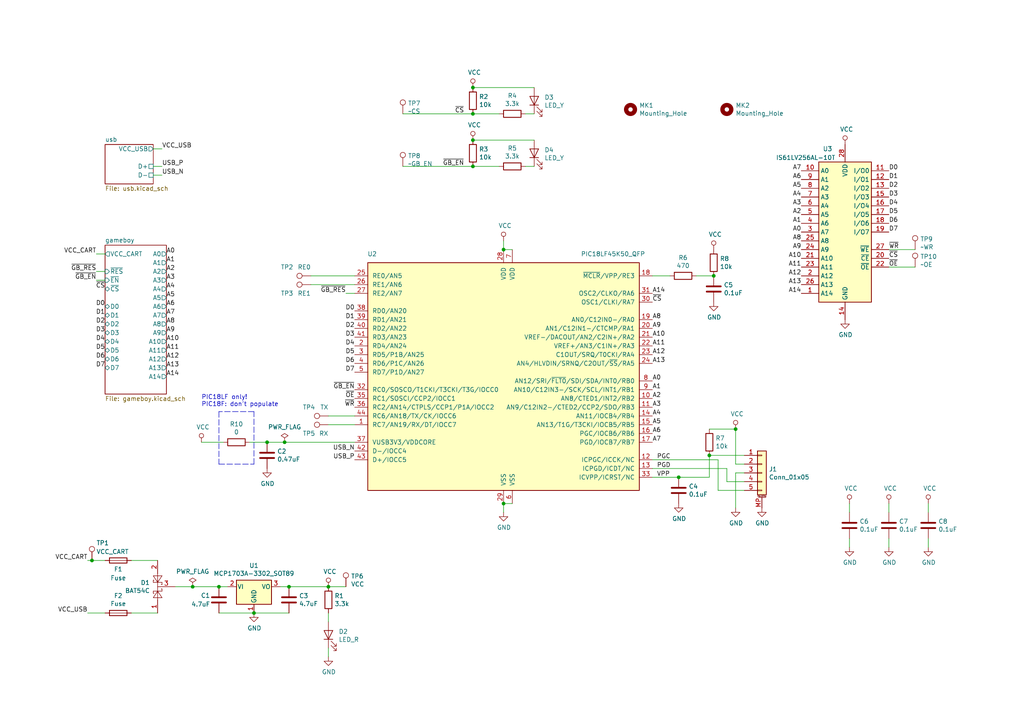
<source format=kicad_sch>
(kicad_sch (version 20211123) (generator eeschema)
  (paper "A4")
  (title_block (title "GB-LIVE32") (rev "v2.0") (company "https://gekkio.fi"))
  (lib_symbols
    (symbol "Connector:Test_Point" (pin_numbers hide) (pin_names (offset 0.762) hide)
      (property "Reference" "TP" (at 0 6.858 0))
      (property "Value" "Test_Point" (at 0 5.08 0))
      (symbol "Test_Point_0_1"
        (circle (center 0 3.302) (radius 0.762))
      )
      (symbol "Test_Point_1_1"
        (pin passive line (at 0 0 90) (length 2.54) (name "1") (number "1"))
      )
    )
    (symbol "Connector_Generic_MountingPin:Conn_01x05_MountingPin" (pin_names (offset 1.016) hide)
      (property "Reference" "J" (at 0 7.62 0))
      (property "Value" "Conn_01x05_MountingPin" (at 1.27 -7.62 0))
      (symbol "Conn_01x05_MountingPin_1_1"
        (rectangle (start -1.27 -4.953) (end 0 -5.207) (stroke (width 0.1524)))
        (rectangle (start -1.27 -2.413) (end 0 -2.667) (stroke (width 0.1524)))
        (rectangle (start -1.27 0.127) (end 0 -0.127) (stroke (width 0.1524)))
        (rectangle (start -1.27 2.667) (end 0 2.413) (stroke (width 0.1524)))
        (rectangle (start -1.27 5.207) (end 0 4.953) (stroke (width 0.1524)))
        (rectangle (start -1.27 6.35) (end 1.27 -6.35) (stroke (width 0.254)) (fill (type background)))
        (polyline (pts (xy -1.016 -7.112) (xy 1.016 -7.112)) (stroke (width 0.1524)))
        (text "Mounting" (at 0 -6.731 0) (effects (font (size 0.381 0.381))))
        (pin passive line (at -5.08 5.08 0) (length 3.81) (name "Pin_1") (number "1"))
        (pin passive line (at -5.08 2.54 0) (length 3.81) (name "Pin_2") (number "2"))
        (pin passive line (at -5.08 0 0) (length 3.81) (name "Pin_3") (number "3"))
        (pin passive line (at -5.08 -2.54 0) (length 3.81) (name "Pin_4") (number "4"))
        (pin passive line (at -5.08 -5.08 0) (length 3.81) (name "Pin_5") (number "5"))
        (pin passive line (at 0 -10.16 90) (length 3.048) (name "MountPin") (number "MP"))
      )
    )
    (symbol "Device:C" (pin_numbers hide) (pin_names (offset 0.254))
      (property "Reference" "C" (at 0.635 2.54 0))
      (property "Value" "C" (at 0.635 -2.54 0))
      (symbol "C_0_1"
        (polyline (pts (xy -2.032 -0.762) (xy 2.032 -0.762)) (stroke (width 0.508)))
        (polyline (pts (xy -2.032 0.762) (xy 2.032 0.762)) (stroke (width 0.508)))
      )
      (symbol "C_1_1"
        (pin passive line (at 0 3.81 270) (length 2.794) (name "~") (number "1"))
        (pin passive line (at 0 -3.81 90) (length 2.794) (name "~") (number "2"))
      )
    )
    (symbol "Device:Fuse" (pin_numbers hide) (pin_names (offset 0))
      (property "Reference" "F" (at 2.032 0 90))
      (property "Value" "Fuse" (at -1.905 0 90))
      (symbol "Fuse_0_1"
        (rectangle (start -0.762 -2.54) (end 0.762 2.54) (stroke (width 0.254)))
        (polyline (pts (xy 0 2.54) (xy 0 -2.54)))
      )
      (symbol "Fuse_1_1"
        (pin passive line (at 0 3.81 270) (length 1.27) (name "~") (number "1"))
        (pin passive line (at 0 -3.81 90) (length 1.27) (name "~") (number "2"))
      )
    )
    (symbol "Device:LED" (pin_numbers hide) (pin_names (offset 1.016) hide)
      (property "Reference" "D" (at 0 2.54 0))
      (property "Value" "LED" (at 0 -2.54 0))
      (symbol "LED_0_1"
        (polyline (pts (xy -1.27 -1.27) (xy -1.27 1.27)) (stroke (width 0.2032)))
        (polyline (pts (xy -1.27 0) (xy 1.27 0)))
        (polyline (pts (xy 1.27 -1.27) (xy 1.27 1.27) (xy -1.27 0) (xy 1.27 -1.27)) (stroke (width 0.2032)))
        (polyline (pts (xy -3.048 -0.762) (xy -4.572 -2.286) (xy -3.81 -2.286) (xy -4.572 -2.286) (xy -4.572 -1.524)))
        (polyline (pts (xy -1.778 -0.762) (xy -3.302 -2.286) (xy -2.54 -2.286) (xy -3.302 -2.286) (xy -3.302 -1.524)))
      )
      (symbol "LED_1_1"
        (pin passive line (at -3.81 0 0) (length 2.54) (name "K") (number "1"))
        (pin passive line (at 3.81 0 180) (length 2.54) (name "A") (number "2"))
      )
    )
    (symbol "Device:R" (pin_numbers hide) (pin_names (offset 0))
      (property "Reference" "R" (at 2.032 0 90))
      (property "Value" "R" (at 0 0 90))
      (symbol "R_0_1"
        (rectangle (start -1.016 -2.54) (end 1.016 2.54) (stroke (width 0.254)))
      )
      (symbol "R_1_1"
        (pin passive line (at 0 3.81 270) (length 1.27) (name "~") (number "1"))
        (pin passive line (at 0 -3.81 90) (length 1.27) (name "~") (number "2"))
      )
    )
    (symbol "Diode:BAT54C" (pin_names (offset 1.016))
      (property "Reference" "D" (at 0.635 -3.81 0))
      (property "Value" "BAT54C" (at -6.35 3.175 0))
      (symbol "BAT54C_0_1"
        (polyline (pts (xy -1.905 0) (xy 1.905 0)))
        (polyline (pts (xy -1.905 1.27) (xy -1.905 1.016)))
        (polyline (pts (xy -1.27 -1.27) (xy -0.635 -1.27)))
        (polyline (pts (xy -1.27 0) (xy -3.81 0)))
        (polyline (pts (xy -1.27 1.27) (xy -1.905 1.27)))
        (polyline (pts (xy -1.27 1.27) (xy -1.27 -1.27)))
        (polyline (pts (xy -0.635 -1.27) (xy -0.635 -1.016)))
        (polyline (pts (xy 0.635 -1.27) (xy 0.635 -1.016)))
        (polyline (pts (xy 1.27 -1.27) (xy 0.635 -1.27)))
        (polyline (pts (xy 1.27 1.27) (xy 1.27 -1.27)))
        (polyline (pts (xy 1.27 1.27) (xy 1.905 1.27)))
        (polyline (pts (xy 1.905 1.27) (xy 1.905 1.016)))
        (polyline (pts (xy 3.81 0) (xy 1.27 0)))
        (polyline (pts (xy -3.175 -1.27) (xy -3.175 1.27) (xy -1.27 0) (xy -3.175 -1.27)))
        (polyline (pts (xy 3.175 -1.27) (xy 3.175 1.27) (xy 1.27 0) (xy 3.175 -1.27)))
      )
      (symbol "BAT54C_1_1"
        (pin passive line (at -7.62 0 0) (length 3.81) (name "~") (number "1"))
        (pin passive line (at 7.62 0 180) (length 3.81) (name "~") (number "2"))
        (pin passive line (at 0 -5.08 90) (length 5.08) (name "~") (number "3"))
      )
    )
    (symbol "Gekkio_Memory_RAM:IS61LV256AL-10T"
      (property "Reference" "U" (at -5.08 21.59 0))
      (property "Value" "IS61LV256AL-10T" (at 5.08 21.59 0))
      (symbol "IS61LV256AL-10T_0_1"
        (rectangle (start -7.62 20.32) (end 7.62 -20.32) (stroke (width 0.254)) (fill (type background)))
      )
      (symbol "IS61LV256AL-10T_1_1"
        (pin input line (at -12.7 -17.78 0) (length 5.08) (name "A14") (number "1"))
        (pin input line (at -12.7 17.78 0) (length 5.08) (name "A0") (number "10"))
        (pin bidirectional line (at 12.7 17.78 180) (length 5.08) (name "I/O0") (number "11"))
        (pin bidirectional line (at 12.7 15.24 180) (length 5.08) (name "I/O1") (number "12"))
        (pin bidirectional line (at 12.7 12.7 180) (length 5.08) (name "I/O2") (number "13"))
        (pin power_in line (at 0 -25.4 90) (length 5.08) (name "GND") (number "14"))
        (pin bidirectional line (at 12.7 10.16 180) (length 5.08) (name "I/O3") (number "15"))
        (pin bidirectional line (at 12.7 7.62 180) (length 5.08) (name "I/O4") (number "16"))
        (pin bidirectional line (at 12.7 5.08 180) (length 5.08) (name "I/O5") (number "17"))
        (pin bidirectional line (at 12.7 2.54 180) (length 5.08) (name "I/O6") (number "18"))
        (pin bidirectional line (at 12.7 0 180) (length 5.08) (name "I/O7") (number "19"))
        (pin input line (at -12.7 -12.7 0) (length 5.08) (name "A12") (number "2"))
        (pin input line (at 12.7 -7.62 180) (length 5.08) (name "~{CE}") (number "20"))
        (pin input line (at -12.7 -7.62 0) (length 5.08) (name "A10") (number "21"))
        (pin input line (at 12.7 -10.16 180) (length 5.08) (name "~{OE}") (number "22"))
        (pin input line (at -12.7 -10.16 0) (length 5.08) (name "A11") (number "23"))
        (pin input line (at -12.7 -5.08 0) (length 5.08) (name "A9") (number "24"))
        (pin input line (at -12.7 -2.54 0) (length 5.08) (name "A8") (number "25"))
        (pin input line (at -12.7 -15.24 0) (length 5.08) (name "A13") (number "26"))
        (pin input line (at 12.7 -5.08 180) (length 5.08) (name "~{WE}") (number "27"))
        (pin power_in line (at 0 25.4 270) (length 5.08) (name "VDD") (number "28"))
        (pin input line (at -12.7 0 0) (length 5.08) (name "A7") (number "3"))
        (pin input line (at -12.7 2.54 0) (length 5.08) (name "A6") (number "4"))
        (pin input line (at -12.7 5.08 0) (length 5.08) (name "A5") (number "5"))
        (pin input line (at -12.7 7.62 0) (length 5.08) (name "A4") (number "6"))
        (pin input line (at -12.7 10.16 0) (length 5.08) (name "A3") (number "7"))
        (pin input line (at -12.7 12.7 0) (length 5.08) (name "A2") (number "8"))
        (pin input line (at -12.7 15.24 0) (length 5.08) (name "A1") (number "9"))
      )
    )
    (symbol "MCU_Microchip_PIC18:PIC18LF45K50_QFP" (pin_names (offset 1.27))
      (property "Reference" "U" (at -36.83 33.02 0))
      (property "Value" "PIC18LF45K50_QFP" (at 30.48 -35.56 0))
      (symbol "PIC18LF45K50_QFP_0_1"
        (rectangle (start -39.37 31.75) (end 39.37 -34.29) (stroke (width 0.254)) (fill (type background)))
      )
      (symbol "PIC18LF45K50_QFP_1_1"
        (pin bidirectional line (at -43.18 -15.24 0) (length 3.81) (name "RC7/AN19/RX/DT/IOCC7") (number "1"))
        (pin bidirectional line (at 43.18 -7.62 180) (length 3.81) (name "AN8/CTED1/INT2/RB2") (number "10"))
        (pin bidirectional line (at 43.18 -10.16 180) (length 3.81) (name "AN9/C12IN2-/CTED2/CCP2/SDO/RB3") (number "11"))
        (pin bidirectional line (at 43.18 -25.4 180) (length 3.81) (name "ICPGC/ICCK/NC") (number "12"))
        (pin bidirectional line (at 43.18 -27.94 180) (length 3.81) (name "ICPGD/ICDT/NC") (number "13"))
        (pin bidirectional line (at 43.18 -12.7 180) (length 3.81) (name "AN11/IOCB4/RB4") (number "14"))
        (pin bidirectional line (at 43.18 -15.24 180) (length 3.81) (name "AN13/T1G/T3CKI/IOCB5/RB5") (number "15"))
        (pin bidirectional line (at 43.18 -17.78 180) (length 3.81) (name "PGC/IOCB6/RB6") (number "16"))
        (pin bidirectional line (at 43.18 -20.32 180) (length 3.81) (name "PGD/IOCB7/RB7") (number "17"))
        (pin input line (at 43.18 27.94 180) (length 3.81) (name "~{MCLR}/VPP/RE3") (number "18"))
        (pin bidirectional line (at 43.18 15.24 180) (length 3.81) (name "AN0/C12IN0-/RA0") (number "19"))
        (pin bidirectional line (at -43.18 7.62 0) (length 3.81) (name "RD4/AN24") (number "2"))
        (pin bidirectional line (at 43.18 12.7 180) (length 3.81) (name "AN1/C12IN1-/CTCMP/RA1") (number "20"))
        (pin bidirectional line (at 43.18 10.16 180) (length 3.81) (name "VREF-/DACOUT/AN2/C2IN+/RA2") (number "21"))
        (pin bidirectional line (at 43.18 7.62 180) (length 3.81) (name "VREF+/AN3/C1IN+/RA3") (number "22"))
        (pin bidirectional line (at 43.18 5.08 180) (length 3.81) (name "C1OUT/SRQ/T0CKI/RA4") (number "23"))
        (pin bidirectional line (at 43.18 2.54 180) (length 3.81) (name "AN4/HLVDIN/SRNQ/C2OUT/~{SS}/RA5") (number "24"))
        (pin bidirectional line (at -43.18 27.94 0) (length 3.81) (name "RE0/AN5") (number "25"))
        (pin bidirectional line (at -43.18 25.4 0) (length 3.81) (name "RE1/AN6") (number "26"))
        (pin bidirectional line (at -43.18 22.86 0) (length 3.81) (name "RE2/AN7") (number "27"))
        (pin power_in line (at 0 35.56 270) (length 3.81) (name "VDD") (number "28"))
        (pin power_in line (at 0 -38.1 90) (length 3.81) (name "VSS") (number "29"))
        (pin bidirectional line (at -43.18 5.08 0) (length 3.81) (name "RD5/P1B/AN25") (number "3"))
        (pin bidirectional line (at 43.18 20.32 180) (length 3.81) (name "OSC1/CLKI/RA7") (number "30"))
        (pin bidirectional line (at 43.18 22.86 180) (length 3.81) (name "OSC2/CLKO/RA6") (number "31"))
        (pin bidirectional line (at -43.18 -5.08 0) (length 3.81) (name "RC0/SOSCO/T1CKI/T3CKI/T3G/IOCC0") (number "32"))
        (pin bidirectional line (at 43.18 -30.48 180) (length 3.81) (name "ICVPP/ICRST/NC") (number "33"))
        (pin no_connect line (at -17.78 -38.1 90) (length 3.81) hide (name "NC") (number "34"))
        (pin bidirectional line (at -43.18 -7.62 0) (length 3.81) (name "RC1/SOSCI/CCP2/IOCC1") (number "35"))
        (pin bidirectional line (at -43.18 -10.16 0) (length 3.81) (name "RC2/AN14/CTPLS/CCP1/P1A/IOCC2") (number "36"))
        (pin power_in line (at -43.18 -20.32 0) (length 3.81) (name "VUSB3V3/VDDCORE") (number "37"))
        (pin bidirectional line (at -43.18 17.78 0) (length 3.81) (name "RD0/AN20") (number "38"))
        (pin bidirectional line (at -43.18 15.24 0) (length 3.81) (name "RD1/AN21") (number "39"))
        (pin bidirectional line (at -43.18 2.54 0) (length 3.81) (name "RD6/P1C/AN26") (number "4"))
        (pin bidirectional line (at -43.18 12.7 0) (length 3.81) (name "RD2/AN22") (number "40"))
        (pin bidirectional line (at -43.18 10.16 0) (length 3.81) (name "RD3/AN23") (number "41"))
        (pin bidirectional line (at -43.18 -22.86 0) (length 3.81) (name "D-/IOCC4") (number "42"))
        (pin bidirectional line (at -43.18 -25.4 0) (length 3.81) (name "D+/IOCC5") (number "43"))
        (pin bidirectional line (at -43.18 -12.7 0) (length 3.81) (name "RC6/AN18/TX/CK/IOCC6") (number "44"))
        (pin bidirectional line (at -43.18 0 0) (length 3.81) (name "RD7/P1D/AN27") (number "5"))
        (pin power_in line (at 2.54 -38.1 90) (length 3.81) (name "VSS") (number "6"))
        (pin power_in line (at 2.54 35.56 270) (length 3.81) (name "VDD") (number "7"))
        (pin bidirectional line (at 43.18 -2.54 180) (length 3.81) (name "AN12/SRI/~{FLT0}/SDI/SDA/INT0/RB0") (number "8"))
        (pin bidirectional line (at 43.18 -5.08 180) (length 3.81) (name "AN10/C12IN3-/SCK/SCL/INT1/RB1") (number "9"))
      )
    )
    (symbol "Mechanical:Mounting_Hole" (pin_names (offset 1.016))
      (property "Reference" "MK" (at 0 5.08 0))
      (property "Value" "Mounting_Hole" (at 0 3.175 0))
      (symbol "Mounting_Hole_0_1"
        (circle (center 0 0) (radius 1.27) (stroke (width 1.27)))
      )
    )
    (symbol "Regulator_Linear:MCP1703A-3302_SOT89" (pin_names (offset 0.254))
      (property "Reference" "U" (at -3.81 3.175 0))
      (property "Value" "MCP1703A-3302_SOT89" (at 0 3.175 0))
      (symbol "MCP1703A-3302_SOT89_0_1"
        (rectangle (start -5.08 -5.08) (end 5.08 1.905) (stroke (width 0.254)) (fill (type background)))
      )
      (symbol "MCP1703A-3302_SOT89_1_1"
        (pin power_in line (at 0 -7.62 90) (length 2.54) (name "GND") (number "1"))
        (pin power_in line (at -7.62 0 0) (length 2.54) (name "VI") (number "2"))
        (pin power_out line (at 7.62 0 180) (length 2.54) (name "VO") (number "3"))
      )
    )
    (symbol "power:GND" (power) (pin_names (offset 0))
      (property "Value" "GND" (at 0 -3.81 0))
      (symbol "GND_0_1"
        (polyline (pts (xy 0 0) (xy 0 -1.27) (xy 1.27 -1.27) (xy 0 -2.54) (xy -1.27 -1.27) (xy 0 -1.27)))
      )
      (symbol "GND_1_1"
        (pin power_in line (at 0 0 270) (length 0) hide (name "GND") (number "1"))
      )
    )
    (symbol "power:PWR_FLAG" (power) (pin_numbers hide) (pin_names (offset 0) hide)
      (property "Value" "PWR_FLAG" (at 0 3.81 0))
      (symbol "PWR_FLAG_0_0"
        (pin power_out line (at 0 0 90) (length 0) (name "pwr") (number "1"))
      )
      (symbol "PWR_FLAG_0_1"
        (polyline (pts (xy 0 0) (xy 0 1.27) (xy -1.016 1.905) (xy 0 2.54) (xy 1.016 1.905) (xy 0 1.27)))
      )
    )
    (symbol "power:VCC" (power) (pin_names (offset 0))
      (property "Value" "VCC" (at 0 3.81 0))
      (symbol "VCC_0_1"
        (polyline (pts (xy 0 0) (xy 0 1.27)))
        (circle (center 0 1.905) (radius 0.635))
      )
      (symbol "VCC_1_1"
        (pin power_in line (at 0 0 90) (length 0) hide (name "VCC") (number "1"))
      )
    )
  )
  (junction (at 26.67 162.56))
  (junction (at 83.82 170.18))
  (junction (at 205.74 132.08))
  (junction (at 213.36 124.46))
  (junction (at 63.5 170.18))
  (junction (at 137.16 40.64))
  (junction (at 77.47 128.27))
  (junction (at 196.85 138.43))
  (junction (at 137.16 48.26))
  (junction (at 55.88 170.18))
  (junction (at 146.05 146.05))
  (junction (at 137.16 33.02))
  (junction (at 137.16 25.4))
  (junction (at 146.05 72.39))
  (junction (at 82.55 128.27))
  (junction (at 95.25 170.18))
  (junction (at 207.01 80.01))
  (junction (at 73.66 177.8))
  (wire (pts (xy 210.82 139.7) (xy 215.9 139.7)))
  (wire (pts (xy 38.1 162.56) (xy 45.72 162.56)))
  (wire (pts (xy 196.85 138.43) (xy 205.74 138.43)))
  (wire (pts (xy 30.48 73.66) (xy 27.94 73.66)))
  (wire (pts (xy 63.5 170.18) (xy 55.88 170.18)))
  (wire (pts (xy 189.23 138.43) (xy 196.85 138.43)))
  (wire (pts (xy 44.45 50.8) (xy 46.99 50.8)))
  (wire (pts (xy 81.28 170.18) (xy 83.82 170.18)))
  (wire (pts (xy 213.36 134.62) (xy 213.36 124.46)))
  (wire (pts (xy 207.01 80.01) (xy 201.93 80.01)))
  (wire (pts (xy 189.23 133.35) (xy 208.28 133.35)))
  (wire (pts (xy 90.17 80.01) (xy 102.87 80.01)))
  (wire (pts (xy 189.23 135.89) (xy 210.82 135.89)))
  (wire (pts (xy 146.05 69.85) (xy 146.05 72.39)))
  (wire (pts (xy 38.1 177.8) (xy 45.72 177.8)))
  (wire (pts (xy 100.33 170.18) (xy 95.25 170.18)))
  (wire (pts (xy 95.25 187.96) (xy 95.25 190.5)))
  (wire (pts (xy 144.78 33.02) (xy 137.16 33.02)))
  (wire (pts (xy 213.36 124.46) (xy 205.74 124.46)))
  (wire (pts (xy 116.84 48.26) (xy 137.16 48.26)))
  (wire (pts (xy 215.9 134.62) (xy 213.36 134.62)))
  (wire (pts (xy 63.5 170.18) (xy 66.04 170.18)))
  (wire (pts (xy 213.36 137.16) (xy 213.36 147.32)))
  (wire (pts (xy 246.38 146.05) (xy 246.38 148.59)))
  (wire (pts (xy 137.16 25.4) (xy 154.94 25.4)))
  (wire (pts (xy 146.05 146.05) (xy 146.05 148.59)))
  (polyline (pts (xy 73.66 119.38) (xy 63.5 119.38)))
  (wire (pts (xy 194.31 80.01) (xy 189.23 80.01)))
  (wire (pts (xy 265.43 72.39) (xy 257.81 72.39)))
  (wire (pts (xy 210.82 135.89) (xy 210.82 139.7)))
  (wire (pts (xy 269.24 146.05) (xy 269.24 148.59)))
  (wire (pts (xy 95.25 177.8) (xy 95.25 180.34)))
  (wire (pts (xy 83.82 170.18) (xy 95.25 170.18)))
  (wire (pts (xy 25.4 177.8) (xy 30.48 177.8)))
  (wire (pts (xy 116.84 33.02) (xy 137.16 33.02)))
  (wire (pts (xy 44.45 48.26) (xy 46.99 48.26)))
  (polyline (pts (xy 63.5 119.38) (xy 63.5 134.62)))
  (wire (pts (xy 102.87 128.27) (xy 82.55 128.27)))
  (wire (pts (xy 77.47 128.27) (xy 72.39 128.27)))
  (wire (pts (xy 95.25 120.65) (xy 102.87 120.65)))
  (wire (pts (xy 58.42 128.27) (xy 64.77 128.27)))
  (wire (pts (xy 73.66 177.8) (xy 83.82 177.8)))
  (polyline (pts (xy 73.66 134.62) (xy 73.66 119.38)))
  (wire (pts (xy 30.48 81.28) (xy 27.94 81.28)))
  (wire (pts (xy 102.87 123.19) (xy 95.25 123.19)))
  (wire (pts (xy 137.16 40.64) (xy 154.94 40.64)))
  (wire (pts (xy 208.28 142.24) (xy 215.9 142.24)))
  (wire (pts (xy 205.74 132.08) (xy 215.9 132.08)))
  (wire (pts (xy 27.94 78.74) (xy 30.48 78.74)))
  (polyline (pts (xy 63.5 134.62) (xy 73.66 134.62)))
  (wire (pts (xy 146.05 146.05) (xy 148.59 146.05)))
  (wire (pts (xy 26.67 162.56) (xy 30.48 162.56)))
  (wire (pts (xy 257.81 156.21) (xy 257.81 158.75)))
  (wire (pts (xy 154.94 33.02) (xy 152.4 33.02)))
  (wire (pts (xy 146.05 72.39) (xy 148.59 72.39)))
  (wire (pts (xy 102.87 85.09) (xy 100.33 85.09)))
  (wire (pts (xy 246.38 156.21) (xy 246.38 158.75)))
  (wire (pts (xy 205.74 138.43) (xy 205.74 132.08)))
  (wire (pts (xy 46.99 43.18) (xy 44.45 43.18)))
  (wire (pts (xy 208.28 133.35) (xy 208.28 142.24)))
  (wire (pts (xy 265.43 77.47) (xy 257.81 77.47)))
  (wire (pts (xy 269.24 156.21) (xy 269.24 158.75)))
  (wire (pts (xy 73.66 177.8) (xy 63.5 177.8)))
  (wire (pts (xy 82.55 128.27) (xy 77.47 128.27)))
  (wire (pts (xy 257.81 146.05) (xy 257.81 148.59)))
  (wire (pts (xy 215.9 137.16) (xy 213.36 137.16)))
  (wire (pts (xy 25.4 162.56) (xy 26.67 162.56)))
  (wire (pts (xy 144.78 48.26) (xy 137.16 48.26)))
  (wire (pts (xy 55.88 170.18) (xy 50.8 170.18)))
  (wire (pts (xy 102.87 82.55) (xy 90.17 82.55)))
  (wire (pts (xy 154.94 48.26) (xy 152.4 48.26)))
  (text "PIC18LF only!\nPIC18F: don't populate" (at 58.42 118.11 0) (effects (font (size 1.27 1.27)) (justify left bottom)))
  (label "D2" (at 30.48 93.98 180))
  (label "A3" (at 189.23 118.11 0))
  (label "D7" (at 257.81 67.31 0))
  (label "~{GB_EN}" (at 27.94 81.28 180))
  (label "D0" (at 257.81 49.53 0))
  (label "VCC_USB" (at 25.4 177.8 180))
  (label "D7" (at 102.87 107.95 180))
  (label "A14" (at 189.23 85.09 0))
  (label "A11" (at 232.41 77.47 180))
  (label "PGC" (at 190.5 133.35 0))
  (label "A13" (at 189.23 105.41 0))
  (label "D3" (at 102.87 97.79 180))
  (label "PGD" (at 190.5 135.89 0))
  (label "~{CS}" (at 134.62 33.02 180))
  (label "A3" (at 232.41 59.69 180))
  (label "USB_N" (at 102.87 130.81 180))
  (label "D3" (at 30.48 96.52 180))
  (label "A7" (at 232.41 49.53 180))
  (label "A1" (at 232.41 64.77 180))
  (label "VCC_CART" (at 25.4 162.56 180))
  (label "D7" (at 30.48 106.68 180))
  (label "A0" (at 48.26 73.66 0))
  (label "D5" (at 30.48 101.6 180))
  (label "A11" (at 189.23 100.33 0))
  (label "VPP" (at 190.5 138.43 0))
  (label "A14" (at 232.41 85.09 180))
  (label "D0" (at 102.87 90.17 180))
  (label "~{CS}" (at 189.23 87.63 0))
  (label "~{WR}" (at 257.81 72.39 0))
  (label "USB_P" (at 102.87 133.35 180))
  (label "A14" (at 48.26 109.22 0))
  (label "A8" (at 232.41 69.85 180))
  (label "D1" (at 30.48 91.44 180))
  (label "A12" (at 232.41 80.01 180))
  (label "D6" (at 30.48 104.14 180))
  (label "~{GB_EN}" (at 134.62 48.26 180))
  (label "A4" (at 189.23 120.65 0))
  (label "D6" (at 257.81 64.77 0))
  (label "A10" (at 48.26 99.06 0))
  (label "A9" (at 48.26 96.52 0))
  (label "A13" (at 48.26 106.68 0))
  (label "A12" (at 48.26 104.14 0))
  (label "~{GB_EN}" (at 102.87 113.03 180))
  (label "D1" (at 102.87 92.71 180))
  (label "~{GB_RES}" (at 100.33 85.09 180))
  (label "A1" (at 48.26 76.2 0))
  (label "A5" (at 232.41 54.61 180))
  (label "D4" (at 257.81 59.69 0))
  (label "D1" (at 257.81 52.07 0))
  (label "A12" (at 189.23 102.87 0))
  (label "VCC_USB" (at 46.99 43.18 0))
  (label "A6" (at 232.41 52.07 180))
  (label "A3" (at 48.26 81.28 0))
  (label "VCC_CART" (at 27.94 73.66 180))
  (label "A8" (at 48.26 93.98 0))
  (label "A2" (at 189.23 115.57 0))
  (label "USB_N" (at 46.99 50.8 0))
  (label "D4" (at 102.87 100.33 180))
  (label "A0" (at 189.23 110.49 0))
  (label "A5" (at 48.26 86.36 0))
  (label "A10" (at 232.41 74.93 180))
  (label "D2" (at 102.87 95.25 180))
  (label "~{WR}" (at 102.87 118.11 180))
  (label "~{CS}" (at 30.48 83.82 180))
  (label "D3" (at 257.81 57.15 0))
  (label "A6" (at 48.26 88.9 0))
  (label "A2" (at 232.41 62.23 180))
  (label "D5" (at 102.87 102.87 180))
  (label "A4" (at 232.41 57.15 180))
  (label "A8" (at 189.23 92.71 0))
  (label "D0" (at 30.48 88.9 180))
  (label "A7" (at 189.23 128.27 0))
  (label "D4" (at 30.48 99.06 180))
  (label "~{OE}" (at 257.81 77.47 0))
  (label "~{GB_RES}" (at 27.94 78.74 180))
  (label "A1" (at 189.23 113.03 0))
  (label "A5" (at 189.23 123.19 0))
  (label "D6" (at 102.87 105.41 180))
  (label "A2" (at 48.26 78.74 0))
  (label "A0" (at 232.41 67.31 180))
  (label "USB_P" (at 46.99 48.26 0))
  (label "A11" (at 48.26 101.6 0))
  (label "D5" (at 257.81 62.23 0))
  (label "A9" (at 232.41 72.39 180))
  (label "A10" (at 189.23 97.79 0))
  (label "A4" (at 48.26 83.82 0))
  (label "D2" (at 257.81 54.61 0))
  (label "A6" (at 189.23 125.73 0))
  (label "A7" (at 48.26 91.44 0))
  (label "A9" (at 189.23 95.25 0))
  (label "~{CS}" (at 257.81 74.93 0))
  (label "A13" (at 232.41 82.55 180))
  (label "~{OE}" (at 102.87 115.57 180))
  (symbol (lib_id "Device:Fuse") (at 34.29 177.8 270) (unit 1)
    (property "Reference" "F2" (at 34.29 172.7962 90))
    (property "Value" "Fuse" (at 34.29 175.1076 90))
    (property "Footprint" "Fuse:Fuse_0603_1608Metric" (effects hide))
    (property "MFR" "Bel Fuse" (effects hide))
    (property "MPN" "C2Q 1.5" (effects hide))
    (property "SPN" "530-C2Q1.5" (effects hide))
    (property "SPR" "Mouser" (effects hide))
    (property "Rating" "1.5A" (effects hide))
  )
  (symbol (lib_id "Regulator_Linear:MCP1703A-3302_SOT89") (at 73.66 170.18 0) (unit 1)
    (property "Reference" "U1" (at 73.66 164.0332 0))
    (property "Value" "MCP1703A-3302_SOT89" (at 73.66 166.3446 0))
    (property "Footprint" "Package_TO_SOT_SMD:SOT-89-3" (effects hide))
    (property "Datasheet" "http://ww1.microchip.com/downloads/en/DeviceDoc/20005122B.pdf" (effects hide))
    (property "MFR" "Microchip" (effects hide))
    (property "MPN" "MCP1703T-3302E/MB" (effects hide))
    (property "SPN" "579-MCP1703T-3302EMB" (effects hide))
    (property "SPR" "Mouser" (effects hide))
  )
  (symbol (lib_id "Device:Fuse") (at 34.29 162.56 270) (unit 1)
    (property "Reference" "F1" (at 34.29 165.1 90))
    (property "Value" "Fuse" (at 34.29 167.64 90))
    (property "Footprint" "Fuse:Fuse_0603_1608Metric" (effects hide))
    (property "MFR" "Bel Fuse" (effects hide))
    (property "MPN" "C2Q 1.5" (effects hide))
    (property "SPN" "530-C2Q1.5" (effects hide))
    (property "SPR" "Mouser" (effects hide))
    (property "Rating" "1.5A" (effects hide))
  )
  (symbol (lib_id "Device:C") (at 63.5 173.99 180) (unit 1)
    (property "Reference" "C1" (at 60.96 172.72 0) (effects (justify left)))
    (property "Value" "4.7uF" (at 60.96 175.26 0) (effects (justify left)))
    (property "Footprint" "Capacitor_SMD:C_0805_2012Metric" (effects hide))
    (property "SPR" "Mouser" (effects hide))
    (property "MFR" "Taiyo Yuden" (effects hide))
    (property "MPN" "EMK212BJ475MD-T" (effects hide))
    (property "Rating" "16V X5R" (effects hide))
    (property "SPN" "963-EMK212BJ475MD-T" (effects hide))
  )
  (symbol (lib_id "Device:LED") (at 95.25 184.15 90) (unit 1)
    (property "Reference" "D2" (at 98.2218 183.1848 90) (effects (justify right)))
    (property "Value" "LED_R" (at 98.2218 185.4962 90) (effects (justify right)))
    (property "Footprint" "LED_SMD:LED_0603_1608Metric" (effects hide))
    (property "SPR" "Mouser" (effects hide))
    (property "MFR" "Wurth Electronics" (effects hide))
    (property "MPN" "150060SS75000" (effects hide))
    (property "SPN" "710-150060SS75000" (effects hide))
  )
  (symbol (lib_id "Device:R") (at 95.25 173.99 0) (unit 1)
    (property "Reference" "R1" (at 97.028 172.8216 0) (effects (justify left)))
    (property "Value" "3.3k" (at 97.028 175.133 0) (effects (justify left)))
    (property "Footprint" "Resistor_SMD:R_0603_1608Metric" (effects hide))
    (property "SPR" "Mouser" (effects hide))
    (property "MFR" "Yageo" (effects hide))
    (property "MPN" "RC0603JR-133K3L" (effects hide))
    (property "Rating" "1/10W 5%" (effects hide))
    (property "SPN" "603-RC0603JR-133K3L" (effects hide))
  )
  (symbol (lib_id "power:GND") (at 73.66 177.8 0) (unit 1)
    (property "Reference" "#PWR01" (effects hide))
    (property "Value" "GND" (at 73.787 182.1942 0))
  )
  (symbol (lib_id "power:GND") (at 95.25 190.5 0) (unit 1)
    (property "Reference" "#PWR05" (effects hide))
    (property "Value" "GND" (at 95.377 194.8942 0))
  )
  (symbol (lib_id "Device:C") (at 83.82 173.99 180) (unit 1)
    (property "Reference" "C3" (at 86.741 172.8216 0) (effects (justify right)))
    (property "Value" "4.7uF" (at 86.741 175.133 0) (effects (justify right)))
    (property "Footprint" "Capacitor_SMD:C_0805_2012Metric" (effects hide))
    (property "SPR" "Mouser" (effects hide))
    (property "MFR" "Taiyo Yuden" (effects hide))
    (property "MPN" "EMK212BJ475MD-T" (effects hide))
    (property "Rating" "16V X5R" (effects hide))
    (property "SPN" "963-EMK212BJ475MD-T" (effects hide))
  )
  (symbol (lib_id "MCU_Microchip_PIC18:PIC18LF45K50_QFP") (at 146.05 107.95 0) (unit 1)
    (property "Reference" "U2" (at 107.95 73.66 0))
    (property "Value" "PIC18LF45K50_QFP" (at 177.8 73.66 0))
    (property "Footprint" "Package_QFP:TQFP-44_10x10mm_P0.8mm" (effects hide))
    (property "Datasheet" "http://ww1.microchip.com/downloads/en/DeviceDoc/30000684B.pdf" (effects hide))
    (property "MFR" "Microchip" (effects hide))
    (property "MPN" "PIC18LF45K50-I/PT" (effects hide))
    (property "SPN" "579-PIC18LF45K50I/PT" (effects hide))
    (property "SPR" "Mouser" (effects hide))
  )
  (symbol (lib_id "Diode:BAT54C") (at 45.72 170.18 90) (unit 1)
    (property "Reference" "D1" (at 43.4848 169.0116 90) (effects (justify left)))
    (property "Value" "BAT54C" (at 43.4848 171.323 90) (effects (justify left)))
    (property "Footprint" "Package_TO_SOT_SMD:SOT-23" (effects hide))
    (property "Datasheet" "http://www.diodes.com/_files/datasheets/ds11005.pdf" (effects hide))
    (property "MFR" "OnSemi" (effects hide))
    (property "MPN" "BAT54CLT3G" (effects hide))
    (property "SPN" "863-BAT54CLT3G" (effects hide))
    (property "SPR" "Mouser" (effects hide))
  )
  (symbol (lib_id "power:PWR_FLAG") (at 55.88 170.18 0) (unit 1)
    (property "Reference" "#FLG01" (effects hide))
    (property "Value" "PWR_FLAG" (at 55.88 165.7604 0))
  )
  (symbol (lib_id "power:VCC") (at 95.25 170.18 0) (unit 1)
    (property "Reference" "#PWR04" (effects hide))
    (property "Value" "VCC" (at 95.6818 165.7858 0))
  )
  (symbol (lib_id "Device:C") (at 77.47 132.08 0) (unit 1)
    (property "Reference" "C2" (at 80.391 130.9116 0) (effects (justify left)))
    (property "Value" "0.47uF" (at 80.391 133.223 0) (effects (justify left)))
    (property "Footprint" "Capacitor_SMD:C_0603_1608Metric" (effects hide))
    (property "SPR" "Mouser" (effects hide))
    (property "MFR" "KEMET" (effects hide))
    (property "MPN" "C0603C474K4PACTU" (effects hide))
    (property "Rating" "16V X5R" (effects hide))
    (property "SPN" "80-C0603C474K4P" (effects hide))
  )
  (symbol (lib_id "power:GND") (at 77.47 135.89 0) (unit 1)
    (property "Reference" "#PWR03" (effects hide))
    (property "Value" "GND" (at 77.597 140.2842 0))
  )
  (symbol (lib_id "power:VCC") (at 58.42 128.27 0) (unit 1)
    (property "Reference" "#PWR02" (effects hide))
    (property "Value" "VCC" (at 58.8518 123.8758 0))
  )
  (symbol (lib_id "power:GND") (at 146.05 148.59 0) (unit 1)
    (property "Reference" "#PWR09" (effects hide))
    (property "Value" "GND" (at 146.177 152.9842 0))
  )
  (symbol (lib_id "power:VCC") (at 146.05 69.85 0) (unit 1)
    (property "Reference" "#PWR08" (effects hide))
    (property "Value" "VCC" (at 146.4818 65.4558 0))
  )
  (symbol (lib_id "power:VCC") (at 269.24 146.05 0) (unit 1)
    (property "Reference" "#PWR021" (effects hide))
    (property "Value" "VCC" (at 269.6718 141.6558 0))
  )
  (symbol (lib_id "Device:C") (at 269.24 152.4 0) (unit 1)
    (property "Reference" "C8" (at 272.161 151.2316 0) (effects (justify left)))
    (property "Value" "0.1uF" (at 272.161 153.543 0) (effects (justify left)))
    (property "Footprint" "Capacitor_SMD:C_0603_1608Metric" (effects hide))
    (property "SPR" "Mouser" (effects hide))
    (property "MFR" "KEMET" (effects hide))
    (property "MPN" "C0603C104K3RECTU" (effects hide))
    (property "Rating" "16V X5R" (effects hide))
    (property "SPN" "80-C0603C104K3REC" (effects hide))
  )
  (symbol (lib_id "power:GND") (at 269.24 158.75 0) (unit 1)
    (property "Reference" "#PWR022" (effects hide))
    (property "Value" "GND" (at 269.367 163.1442 0))
  )
  (symbol (lib_id "Connector:Test_Point") (at 26.67 162.56 0) (unit 1)
    (property "Reference" "TP1" (at 27.94 157.48 0) (effects (justify left)))
    (property "Value" "VCC_CART" (at 27.94 160.02 0) (effects (justify left)))
    (property "Footprint" "TestPoint:TestPoint_Pad_D1.0mm" (effects hide))
  )
  (symbol (lib_id "Connector:Test_Point") (at 100.33 170.18 0) (unit 1)
    (property "Reference" "TP6" (at 101.8032 167.132 0) (effects (justify left)))
    (property "Value" "VCC" (at 101.8032 169.4434 0) (effects (justify left)))
    (property "Footprint" "TestPoint:TestPoint_Pad_D1.0mm" (effects hide))
  )
  (symbol (lib_id "Device:R") (at 68.58 128.27 90) (unit 1)
    (property "Reference" "R10" (at 68.58 123.0122 90))
    (property "Value" "0" (at 68.58 125.3236 90))
    (property "Footprint" "Resistor_SMD:R_0603_1608Metric" (effects hide))
    (property "SPR" "Mouser" (effects hide))
    (property "MFR" "Yageo" (effects hide))
    (property "MPN" "RC0603JR-070RL" (effects hide))
    (property "Rating" "1/10W 5%" (effects hide))
    (property "SPN" "603-RC0603JR-070RL" (effects hide))
  )
  (symbol (lib_id "power:PWR_FLAG") (at 82.55 128.27 0) (unit 1)
    (property "Reference" "#FLG0101" (effects hide))
    (property "Value" "PWR_FLAG" (at 82.55 123.8504 0))
  )
  (symbol (lib_id "power:VCC") (at 257.81 146.05 0) (unit 1)
    (property "Reference" "#PWR019" (effects hide))
    (property "Value" "VCC" (at 258.2418 141.6558 0))
  )
  (symbol (lib_id "Device:C") (at 257.81 152.4 0) (unit 1)
    (property "Reference" "C7" (at 260.731 151.2316 0) (effects (justify left)))
    (property "Value" "0.1uF" (at 260.731 153.543 0) (effects (justify left)))
    (property "Footprint" "Capacitor_SMD:C_0603_1608Metric" (effects hide))
    (property "SPR" "Mouser" (effects hide))
    (property "MFR" "KEMET" (effects hide))
    (property "MPN" "C0603C104K3RECTU" (effects hide))
    (property "Rating" "16V X5R" (effects hide))
    (property "SPN" "80-C0603C104K3REC" (effects hide))
  )
  (symbol (lib_id "power:GND") (at 257.81 158.75 0) (unit 1)
    (property "Reference" "#PWR020" (effects hide))
    (property "Value" "GND" (at 257.937 163.1442 0))
  )
  (symbol (lib_id "power:VCC") (at 246.38 146.05 0) (unit 1)
    (property "Reference" "#PWR017" (effects hide))
    (property "Value" "VCC" (at 246.8118 141.6558 0))
  )
  (symbol (lib_id "Device:C") (at 246.38 152.4 0) (unit 1)
    (property "Reference" "C6" (at 249.301 151.2316 0) (effects (justify left)))
    (property "Value" "0.1uF" (at 249.301 153.543 0) (effects (justify left)))
    (property "Footprint" "Capacitor_SMD:C_0603_1608Metric" (effects hide))
    (property "SPR" "Mouser" (effects hide))
    (property "MFR" "KEMET" (effects hide))
    (property "MPN" "C0603C104K3RECTU" (effects hide))
    (property "Rating" "16V X5R" (effects hide))
    (property "SPN" "80-C0603C104K3REC" (effects hide))
  )
  (symbol (lib_id "power:GND") (at 246.38 158.75 0) (unit 1)
    (property "Reference" "#PWR018" (effects hide))
    (property "Value" "GND" (at 246.507 163.1442 0))
  )
  (symbol (lib_id "power:GND") (at 220.98 147.32 0) (unit 1)
    (property "Reference" "#PWR0101" (effects hide))
    (property "Value" "GND" (at 221.107 151.7142 0))
  )
  (symbol (lib_id "Gekkio_Memory_RAM:IS61LV256AL-10T") (at 245.11 67.31 0) (unit 1)
    (property "Reference" "U3" (at 240.03 43.18 0))
    (property "Value" "IS61LV256AL-10T" (at 233.68 45.72 0))
    (property "Footprint" "Gekkio_Package_SO:TSOP-I-28_11.8x8mm_P0.55mm_Pin1Middle" (effects hide))
    (property "Datasheet" "http://www.issi.com/WW/pdf/61LV256AL.pdf" (effects hide))
    (property "SPR" "Mouser" (effects hide))
    (property "MFR" "ISSI" (effects hide))
    (property "MPN" "IS61LV256AL-10TLI" (effects hide))
    (property "SPN" "870-IS61LV256AL10TLI" (effects hide))
  )
  (symbol (lib_id "Connector:Test_Point") (at 95.25 120.65 90) (unit 1)
    (property "Reference" "TP4" (at 91.44 118.11 90) (effects (justify left)))
    (property "Value" "TX" (at 95.25 118.11 90) (effects (justify left)))
    (property "Footprint" "TestPoint:TestPoint_Pad_D1.0mm" (effects hide))
  )
  (symbol (lib_id "Connector:Test_Point") (at 95.25 123.19 90) (unit 1)
    (property "Reference" "TP5" (at 91.44 125.73 90) (effects (justify left)))
    (property "Value" "RX" (at 95.25 125.73 90) (effects (justify left)))
    (property "Footprint" "TestPoint:TestPoint_Pad_D1.0mm" (effects hide))
  )
  (symbol (lib_id "power:GND") (at 245.11 92.71 0) (unit 1)
    (property "Reference" "#PWR016" (effects hide))
    (property "Value" "GND" (at 245.237 97.1042 0))
  )
  (symbol (lib_id "power:VCC") (at 245.11 41.91 0) (unit 1)
    (property "Reference" "#PWR015" (effects hide))
    (property "Value" "VCC" (at 245.5418 37.5158 0))
  )
  (symbol (lib_id "Connector:Test_Point") (at 90.17 80.01 90) (unit 1)
    (property "Reference" "TP2" (at 85.09 77.47 90) (effects (justify left)))
    (property "Value" "RE0" (at 90.17 77.47 90) (effects (justify left)))
    (property "Footprint" "TestPoint:TestPoint_Pad_D1.0mm" (effects hide))
  )
  (symbol (lib_id "Connector:Test_Point") (at 90.17 82.55 90) (unit 1)
    (property "Reference" "TP3" (at 85.09 85.09 90) (effects (justify left)))
    (property "Value" "RE1" (at 90.17 85.09 90) (effects (justify left)))
    (property "Footprint" "TestPoint:TestPoint_Pad_D1.0mm" (effects hide))
  )
  (symbol (lib_id "Device:R") (at 137.16 29.21 0) (unit 1)
    (property "Reference" "R2" (at 138.938 28.0416 0) (effects (justify left)))
    (property "Value" "10k" (at 138.938 30.353 0) (effects (justify left)))
    (property "Footprint" "Resistor_SMD:R_0603_1608Metric" (effects hide))
    (property "MFR" "Yageo" (effects hide))
    (property "MPN" "RC0603FR-0710KL" (effects hide))
    (property "SPN" "603-RC0603FR-0710KL" (effects hide))
    (property "SPR" "Mouser" (effects hide))
    (property "Rating" "1/10W 5%" (effects hide))
  )
  (symbol (lib_id "Device:LED") (at 154.94 29.21 90) (unit 1)
    (property "Reference" "D3" (at 157.9118 28.2448 90) (effects (justify right)))
    (property "Value" "LED_Y" (at 157.9118 30.5562 90) (effects (justify right)))
    (property "Footprint" "LED_SMD:LED_0603_1608Metric" (effects hide))
    (property "SPR" "Mouser" (effects hide))
    (property "MFR" "Wurth Electronics" (effects hide))
    (property "MPN" "150060YS75000" (effects hide))
    (property "SPN" "710-150060YS75000" (effects hide))
  )
  (symbol (lib_id "Device:R") (at 148.59 33.02 90) (unit 1)
    (property "Reference" "R4" (at 148.59 27.7622 90))
    (property "Value" "3.3k" (at 148.59 30.0736 90))
    (property "Footprint" "Resistor_SMD:R_0603_1608Metric" (effects hide))
    (property "SPR" "Mouser" (effects hide))
    (property "MFR" "Yageo" (effects hide))
    (property "MPN" "RC0603JR-133K3L" (effects hide))
    (property "Rating" "1/10W 5%" (effects hide))
    (property "SPN" "603-RC0603JR-133K3L" (effects hide))
  )
  (symbol (lib_id "power:VCC") (at 137.16 25.4 0) (unit 1)
    (property "Reference" "#PWR06" (effects hide))
    (property "Value" "VCC" (at 137.5918 21.0058 0))
  )
  (symbol (lib_id "Device:R") (at 137.16 44.45 0) (unit 1)
    (property "Reference" "R3" (at 138.938 43.2816 0) (effects (justify left)))
    (property "Value" "10k" (at 138.938 45.593 0) (effects (justify left)))
    (property "Footprint" "Resistor_SMD:R_0603_1608Metric" (effects hide))
    (property "MFR" "Yageo" (effects hide))
    (property "MPN" "RC0603FR-0710KL" (effects hide))
    (property "SPN" "603-RC0603FR-0710KL" (effects hide))
    (property "SPR" "Mouser" (effects hide))
    (property "Rating" "1/10W 5%" (effects hide))
  )
  (symbol (lib_id "Device:LED") (at 154.94 44.45 90) (unit 1)
    (property "Reference" "D4" (at 157.9118 43.4848 90) (effects (justify right)))
    (property "Value" "LED_Y" (at 157.9118 45.7962 90) (effects (justify right)))
    (property "Footprint" "LED_SMD:LED_0603_1608Metric" (effects hide))
    (property "SPR" "Mouser" (effects hide))
    (property "MFR" "Wurth Electronics" (effects hide))
    (property "MPN" "150060YS75000" (effects hide))
    (property "SPN" "710-150060YS75000" (effects hide))
  )
  (symbol (lib_id "Device:R") (at 148.59 48.26 90) (unit 1)
    (property "Reference" "R5" (at 148.59 43.0022 90))
    (property "Value" "3.3k" (at 148.59 45.3136 90))
    (property "Footprint" "Resistor_SMD:R_0603_1608Metric" (effects hide))
    (property "SPR" "Mouser" (effects hide))
    (property "MFR" "Yageo" (effects hide))
    (property "MPN" "RC0603JR-133K3L" (effects hide))
    (property "Rating" "1/10W 5%" (effects hide))
    (property "SPN" "603-RC0603JR-133K3L" (effects hide))
  )
  (symbol (lib_id "power:VCC") (at 137.16 40.64 0) (unit 1)
    (property "Reference" "#PWR07" (effects hide))
    (property "Value" "VCC" (at 137.5918 36.2458 0))
  )
  (symbol (lib_id "Device:R") (at 198.12 80.01 90) (unit 1)
    (property "Reference" "R6" (at 198.12 74.7522 90))
    (property "Value" "470" (at 198.12 77.0636 90))
    (property "Footprint" "Resistor_SMD:R_0603_1608Metric" (effects hide))
    (property "SPR" "Mouser" (effects hide))
    (property "MFR" "Yageo" (effects hide))
    (property "MPN" "RC0603FR-10470RL" (effects hide))
    (property "Rating" "1/10W 5%" (effects hide))
    (property "SPN" "603-RC0603FR-10470RL" (effects hide))
  )
  (symbol (lib_id "Device:R") (at 207.01 76.2 0) (unit 1)
    (property "Reference" "R8" (at 208.788 75.0316 0) (effects (justify left)))
    (property "Value" "10k" (at 208.788 77.343 0) (effects (justify left)))
    (property "Footprint" "Resistor_SMD:R_0603_1608Metric" (effects hide))
    (property "MFR" "Yageo" (effects hide))
    (property "MPN" "RC0603FR-0710KL" (effects hide))
    (property "SPN" "603-RC0603FR-0710KL" (effects hide))
    (property "SPR" "Mouser" (effects hide))
    (property "Rating" "1/10W 5%" (effects hide))
  )
  (symbol (lib_id "power:VCC") (at 207.01 72.39 0) (unit 1)
    (property "Reference" "#PWR011" (effects hide))
    (property "Value" "VCC" (at 207.4418 67.9958 0))
  )
  (symbol (lib_id "power:GND") (at 207.01 87.63 0) (unit 1)
    (property "Reference" "#PWR012" (effects hide))
    (property "Value" "GND" (at 207.137 92.0242 0))
  )
  (symbol (lib_id "Device:C") (at 207.01 83.82 180) (unit 1)
    (property "Reference" "C5" (at 209.931 82.6516 0) (effects (justify right)))
    (property "Value" "0.1uF" (at 209.931 84.963 0) (effects (justify right)))
    (property "Footprint" "Capacitor_SMD:C_0603_1608Metric" (effects hide))
    (property "SPR" "Mouser" (effects hide))
    (property "MFR" "KEMET" (effects hide))
    (property "MPN" "C0603C104K3RECTU" (effects hide))
    (property "Rating" "16V X5R" (effects hide))
    (property "SPN" "80-C0603C104K3REC" (effects hide))
  )
  (symbol (lib_id "Device:R") (at 205.74 128.27 0) (unit 1)
    (property "Reference" "R7" (at 207.518 127.1016 0) (effects (justify left)))
    (property "Value" "10k" (at 207.518 129.413 0) (effects (justify left)))
    (property "Footprint" "Resistor_SMD:R_0603_1608Metric" (effects hide))
    (property "MFR" "Yageo" (effects hide))
    (property "MPN" "RC0603FR-0710KL" (effects hide))
    (property "SPN" "603-RC0603FR-0710KL" (effects hide))
    (property "SPR" "Mouser" (effects hide))
    (property "Rating" "1/10W 5%" (effects hide))
  )
  (symbol (lib_id "power:VCC") (at 213.36 124.46 0) (unit 1)
    (property "Reference" "#PWR013" (effects hide))
    (property "Value" "VCC" (at 213.7918 120.0658 0))
  )
  (symbol (lib_id "Connector_Generic_MountingPin:Conn_01x05_MountingPin") (at 220.98 137.16 0) (unit 1)
    (property "Reference" "J1" (at 223.012 136.0932 0) (effects (justify left)))
    (property "Value" "Conn_01x05" (at 223.012 138.4046 0) (effects (justify left)))
    (property "Footprint" "Connector_Molex:Molex_Pico-Lock_504050-0591_1x05-1MP_P1.50mm_Horizontal" (effects hide))
    (property "MFR" "Molex" (effects hide))
    (property "MPN" "504050-0591" (effects hide))
    (property "SPN" "538-504050-0591" (effects hide))
    (property "SPR" "Mouser" (effects hide))
  )
  (symbol (lib_id "power:GND") (at 213.36 147.32 0) (unit 1)
    (property "Reference" "#PWR014" (effects hide))
    (property "Value" "GND" (at 213.487 151.7142 0))
  )
  (symbol (lib_id "Device:C") (at 196.85 142.24 180) (unit 1)
    (property "Reference" "C4" (at 199.771 141.0716 0) (effects (justify right)))
    (property "Value" "0.1uF" (at 199.771 143.383 0) (effects (justify right)))
    (property "Footprint" "Capacitor_SMD:C_0603_1608Metric" (effects hide))
    (property "SPR" "Mouser" (effects hide))
    (property "MFR" "KEMET" (effects hide))
    (property "MPN" "C0603C104K3RECTU" (effects hide))
    (property "Rating" "16V X5R" (effects hide))
    (property "SPN" "80-C0603C104K3REC" (effects hide))
  )
  (symbol (lib_id "power:GND") (at 196.85 146.05 0) (unit 1)
    (property "Reference" "#PWR010" (effects hide))
    (property "Value" "GND" (at 196.977 150.4442 0))
  )
  (symbol (lib_id "Connector:Test_Point") (at 116.84 33.02 0) (unit 1)
    (property "Reference" "TP7" (at 118.3132 29.972 0) (effects (justify left)))
    (property "Value" "~CS" (at 118.3132 32.2834 0) (effects (justify left)))
    (property "Footprint" "TestPoint:TestPoint_Pad_D1.0mm" (effects hide))
  )
  (symbol (lib_id "Connector:Test_Point") (at 116.84 48.26 0) (unit 1)
    (property "Reference" "TP8" (at 118.3132 45.212 0) (effects (justify left)))
    (property "Value" "~GB_EN" (at 118.3132 47.5234 0) (effects (justify left)))
    (property "Footprint" "TestPoint:TestPoint_Pad_D1.0mm" (effects hide))
  )
  (symbol (lib_id "Connector:Test_Point") (at 265.43 72.39 0) (unit 1)
    (property "Reference" "TP9" (at 266.9032 69.342 0) (effects (justify left)))
    (property "Value" "~WR" (at 266.9032 71.6534 0) (effects (justify left)))
    (property "Footprint" "TestPoint:TestPoint_Pad_D1.0mm" (effects hide))
  )
  (symbol (lib_id "Connector:Test_Point") (at 265.43 77.47 0) (unit 1)
    (property "Reference" "TP10" (at 266.9032 74.422 0) (effects (justify left)))
    (property "Value" "~OE" (at 266.9032 76.7334 0) (effects (justify left)))
    (property "Footprint" "TestPoint:TestPoint_Pad_D1.0mm" (effects hide))
  )
  (symbol (lib_id "Mechanical:Mounting_Hole") (at 182.88 31.75 0) (unit 1)
    (property "Reference" "MK1" (at 185.42 30.5816 0) (effects (justify left)))
    (property "Value" "Mounting_Hole" (at 185.42 32.893 0) (effects (justify left)))
    (property "Footprint" "Gekkio_MountingHole:MountingHole_7.2mm" (effects hide))
  )
  (symbol (lib_id "Mechanical:Mounting_Hole") (at 210.82 31.75 0) (unit 1)
    (property "Reference" "MK2" (at 213.36 30.5816 0) (effects (justify left)))
    (property "Value" "Mounting_Hole" (at 213.36 32.893 0) (effects (justify left)))
    (property "Footprint" "Gekkio_MountingHole:MountingHole_2.3mm" (effects hide))
  )
  (sheet (at 30.48 41.91) (size 13.97 11.43)
    (property "Sheet name" "usb" (at 30.48 41.1984 0) (effects (justify left bottom)))
    (property "Sheet file" "usb.kicad_sch" (at 30.48 53.9246 0) (effects (justify left top)))
    (pin "D+" passive (at 44.45 48.26 0))
    (pin "D-" passive (at 44.45 50.8 0))
    (pin "VCC_USB" output (at 44.45 43.18 0))
  )
  (sheet (at 30.48 71.12) (size 17.78 43.18)
    (property "Sheet name" "gameboy" (at 30.48 70.4084 0) (effects (justify left bottom)))
    (property "Sheet file" "gameboy.kicad_sch" (at 30.48 114.8846 0) (effects (justify left top)))
    (pin "D0" bidirectional (at 30.48 88.9 180))
    (pin "D1" bidirectional (at 30.48 91.44 180))
    (pin "D2" bidirectional (at 30.48 93.98 180))
    (pin "D3" bidirectional (at 30.48 96.52 180))
    (pin "D4" bidirectional (at 30.48 99.06 180))
    (pin "D5" bidirectional (at 30.48 101.6 180))
    (pin "D6" bidirectional (at 30.48 104.14 180))
    (pin "D7" bidirectional (at 30.48 106.68 180))
    (pin "~{RES}" input (at 30.48 78.74 180))
    (pin "A8" output (at 48.26 93.98 0))
    (pin "A9" output (at 48.26 96.52 0))
    (pin "A10" output (at 48.26 99.06 0))
    (pin "A11" output (at 48.26 101.6 0))
    (pin "A12" output (at 48.26 104.14 0))
    (pin "A13" output (at 48.26 106.68 0))
    (pin "A14" output (at 48.26 109.22 0))
    (pin "A0" output (at 48.26 73.66 0))
    (pin "A1" output (at 48.26 76.2 0))
    (pin "A2" output (at 48.26 78.74 0))
    (pin "A3" output (at 48.26 81.28 0))
    (pin "A4" output (at 48.26 83.82 0))
    (pin "A5" output (at 48.26 86.36 0))
    (pin "A6" output (at 48.26 88.9 0))
    (pin "A7" output (at 48.26 91.44 0))
    (pin "VCC_CART" output (at 30.48 73.66 180))
    (pin "~{EN}" input (at 30.48 81.28 180))
    (pin "~{CS}" bidirectional (at 30.48 83.82 180))
  )
)
</source>
